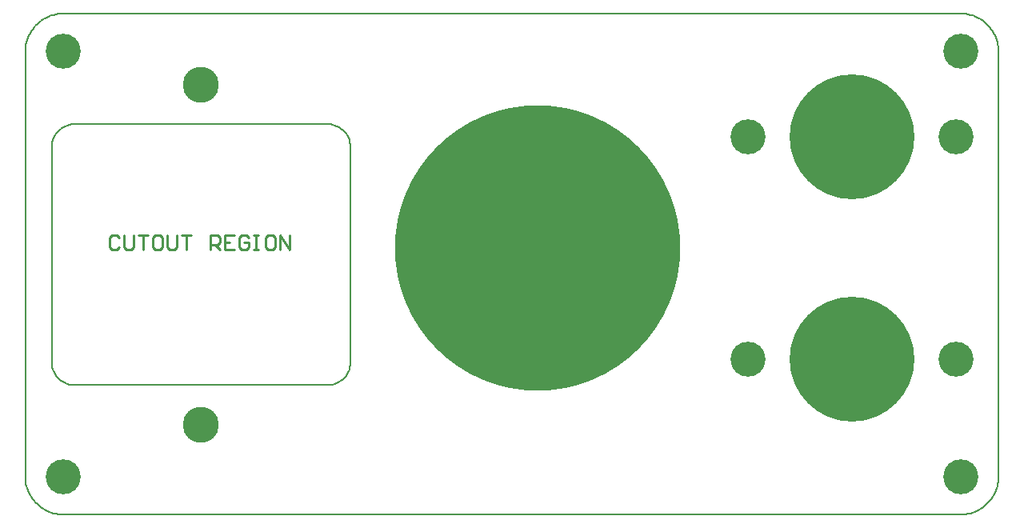
<source format=gts>
G04*
G04 #@! TF.GenerationSoftware,Altium Limited,Altium Designer,20.0.13 (296)*
G04*
G04 Layer_Color=8388736*
%FSLAX44Y44*%
%MOMM*%
G71*
G01*
G75*
%ADD10C,0.2000*%
%ADD11C,0.2540*%
%ADD12C,3.8032*%
%ADD13C,13.2032*%
%ADD14C,3.7032*%
%ADD15C,30.2032*%
D10*
X920000Y887000D02*
X922509Y887132D01*
X924990Y887524D01*
X927416Y888175D01*
X929762Y889075D01*
X932000Y890215D01*
X934107Y891584D01*
X936059Y893165D01*
X937835Y894941D01*
X939416Y896893D01*
X940785Y899000D01*
X941925Y901238D01*
X942825Y903584D01*
X943476Y906010D01*
X943868Y908491D01*
X944000Y911000D01*
X944000Y1139000D02*
X943869Y1141509D01*
X943476Y1143990D01*
X942825Y1146416D01*
X941925Y1148762D01*
X940785Y1151000D01*
X939417Y1153107D01*
X937835Y1155059D01*
X936059Y1156835D01*
X934107Y1158416D01*
X932000Y1159785D01*
X929762Y1160925D01*
X927417Y1161825D01*
X924990Y1162476D01*
X922509Y1162868D01*
X920000Y1163000D01*
X652000Y1163000D02*
X649491Y1162869D01*
X647010Y1162476D01*
X644584Y1161825D01*
X642238Y1160925D01*
X640000Y1159785D01*
X637893Y1158417D01*
X635941Y1156835D01*
X634165Y1155059D01*
X632584Y1153107D01*
X631215Y1151000D01*
X630075Y1148762D01*
X629175Y1146416D01*
X628525Y1143990D01*
X628131Y1141509D01*
X628000Y1139000D01*
X628000Y911000D02*
X628131Y908491D01*
X628524Y906010D01*
X629175Y903584D01*
X630075Y901238D01*
X631215Y899000D01*
X632584Y896893D01*
X634165Y894941D01*
X635941Y893165D01*
X637893Y891584D01*
X640000Y890215D01*
X642238Y889075D01*
X644584Y888175D01*
X647010Y887524D01*
X649491Y887132D01*
X652000Y887000D01*
X1630000Y1240000D02*
X1629921Y1242512D01*
X1629685Y1245013D01*
X1629292Y1247495D01*
X1628743Y1249948D01*
X1628042Y1252361D01*
X1627191Y1254725D01*
X1626193Y1257031D01*
X1625052Y1259270D01*
X1623773Y1261433D01*
X1622361Y1263511D01*
X1620820Y1265497D01*
X1619159Y1267382D01*
X1617382Y1269159D01*
X1615497Y1270820D01*
X1613511Y1272361D01*
X1611433Y1273773D01*
X1609270Y1275052D01*
X1607031Y1276193D01*
X1604725Y1277191D01*
X1602361Y1278042D01*
X1599948Y1278743D01*
X1597495Y1279292D01*
X1595013Y1279685D01*
X1592512Y1279921D01*
X1590000Y1280000D01*
X1590000Y750000D02*
X1592512Y750079D01*
X1595013Y750315D01*
X1597495Y750708D01*
X1599948Y751257D01*
X1602361Y751958D01*
X1604725Y752809D01*
X1607031Y753807D01*
X1609270Y754948D01*
X1611433Y756227D01*
X1613511Y757639D01*
X1615497Y759180D01*
X1617382Y760841D01*
X1619159Y762618D01*
X1620821Y764503D01*
X1622361Y766489D01*
X1623773Y768567D01*
X1625052Y770730D01*
X1626193Y772969D01*
X1627191Y775275D01*
X1628042Y777639D01*
X1628743Y780052D01*
X1629292Y782505D01*
X1629685Y784987D01*
X1629921Y787488D01*
X1630000Y790000D01*
X600000D02*
X600079Y787488D01*
X600315Y784987D01*
X600709Y782505D01*
X601257Y780052D01*
X601958Y777639D01*
X602809Y775275D01*
X603807Y772969D01*
X604948Y770730D01*
X606227Y768567D01*
X607639Y766489D01*
X609179Y764503D01*
X610841Y762618D01*
X612618Y760841D01*
X614503Y759179D01*
X616489Y757639D01*
X618567Y756227D01*
X620730Y754948D01*
X622969Y753807D01*
X625275Y752809D01*
X627639Y751958D01*
X630052Y751257D01*
X632505Y750708D01*
X634987Y750315D01*
X637489Y750079D01*
X640000Y750000D01*
Y1280000D02*
X637488Y1279921D01*
X634987Y1279685D01*
X632505Y1279292D01*
X630052Y1278743D01*
X627639Y1278042D01*
X625275Y1277191D01*
X622969Y1276193D01*
X620730Y1275052D01*
X618567Y1273773D01*
X616489Y1272361D01*
X614503Y1270820D01*
X612618Y1269159D01*
X610841Y1267382D01*
X609179Y1265497D01*
X607639Y1263511D01*
X606227Y1261433D01*
X604948Y1259270D01*
X603807Y1257031D01*
X602809Y1254725D01*
X601958Y1252361D01*
X601257Y1249948D01*
X600709Y1247495D01*
X600315Y1245013D01*
X600079Y1242512D01*
X600000Y1240000D01*
X944000Y911000D02*
Y1139000D01*
X652000Y1163000D02*
X920000D01*
X652000Y887000D02*
X920000D01*
X628000Y911000D02*
Y1139000D01*
X1630000Y790000D02*
Y1240000D01*
X640000Y750000D02*
X1590000D01*
X600000Y790000D02*
Y1240000D01*
X640000Y1280000D02*
X1590000D01*
D11*
X699697Y1043236D02*
X697158Y1045775D01*
X692079D01*
X689540Y1043236D01*
Y1033079D01*
X692079Y1030540D01*
X697158D01*
X699697Y1033079D01*
X704775Y1045775D02*
Y1033079D01*
X707314Y1030540D01*
X712393D01*
X714932Y1033079D01*
Y1045775D01*
X720010D02*
X730167D01*
X725089D01*
Y1030540D01*
X742863Y1045775D02*
X737784D01*
X735245Y1043236D01*
Y1033079D01*
X737784Y1030540D01*
X742863D01*
X745402Y1033079D01*
Y1043236D01*
X742863Y1045775D01*
X750480D02*
Y1033079D01*
X753019Y1030540D01*
X758098D01*
X760637Y1033079D01*
Y1045775D01*
X765715D02*
X775872D01*
X770794D01*
Y1030540D01*
X796186D02*
Y1045775D01*
X803803D01*
X806342Y1043236D01*
Y1038158D01*
X803803Y1035618D01*
X796186D01*
X801264D02*
X806342Y1030540D01*
X821577Y1045775D02*
X811421D01*
Y1030540D01*
X821577D01*
X811421Y1038158D02*
X816499D01*
X836812Y1043236D02*
X834273Y1045775D01*
X829195D01*
X826656Y1043236D01*
Y1033079D01*
X829195Y1030540D01*
X834273D01*
X836812Y1033079D01*
Y1038158D01*
X831734D01*
X841891Y1045775D02*
X846969D01*
X844430D01*
Y1030540D01*
X841891D01*
X846969D01*
X862204Y1045775D02*
X857126D01*
X854587Y1043236D01*
Y1033079D01*
X857126Y1030540D01*
X862204D01*
X864743Y1033079D01*
Y1043236D01*
X862204Y1045775D01*
X869822Y1030540D02*
Y1045775D01*
X879978Y1030540D01*
Y1045775D01*
D12*
X786000Y845000D02*
D03*
Y1205000D02*
D03*
D13*
X1475000Y914000D02*
D03*
Y1150000D02*
D03*
D14*
X1585000Y914000D02*
D03*
X1365000D02*
D03*
X1585000Y1150000D02*
D03*
X1365000D02*
D03*
X1590000Y1240000D02*
D03*
Y790000D02*
D03*
X640000D02*
D03*
Y1240000D02*
D03*
D15*
X1142000Y1032000D02*
D03*
M02*

</source>
